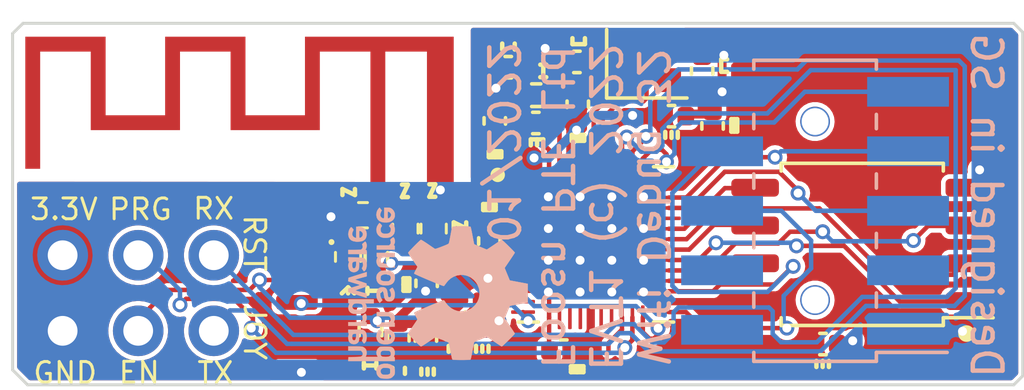
<source format=kicad_pcb>
(kicad_pcb (version 20211014) (generator pcbnew)

  (general
    (thickness 1.6)
  )

  (paper "A4")
  (layers
    (0 "F.Cu" signal)
    (31 "B.Cu" signal)
    (32 "B.Adhes" user "B.Adhesive")
    (33 "F.Adhes" user "F.Adhesive")
    (34 "B.Paste" user)
    (35 "F.Paste" user)
    (36 "B.SilkS" user "B.Silkscreen")
    (37 "F.SilkS" user "F.Silkscreen")
    (38 "B.Mask" user)
    (39 "F.Mask" user)
    (40 "Dwgs.User" user "User.Drawings")
    (41 "Cmts.User" user "User.Comments")
    (42 "Eco1.User" user "User.Eco1")
    (43 "Eco2.User" user "User.Eco2")
    (44 "Edge.Cuts" user)
    (45 "Margin" user)
    (46 "B.CrtYd" user "B.Courtyard")
    (47 "F.CrtYd" user "F.Courtyard")
    (48 "B.Fab" user)
    (49 "F.Fab" user)
    (50 "User.1" user)
    (51 "User.2" user)
    (52 "User.3" user)
    (53 "User.4" user)
    (54 "User.5" user)
    (55 "User.6" user)
    (56 "User.7" user)
    (57 "User.8" user)
    (58 "User.9" user)
  )

  (setup
    (stackup
      (layer "F.SilkS" (type "Top Silk Screen") (color "White"))
      (layer "F.Paste" (type "Top Solder Paste"))
      (layer "F.Mask" (type "Top Solder Mask") (color "Blue") (thickness 0.01))
      (layer "F.Cu" (type "copper") (thickness 0.035))
      (layer "dielectric 1" (type "core") (thickness 1.51) (material "FR4") (epsilon_r 4.5) (loss_tangent 0.02))
      (layer "B.Cu" (type "copper") (thickness 0.035))
      (layer "B.Mask" (type "Bottom Solder Mask") (color "Blue") (thickness 0.01))
      (layer "B.Paste" (type "Bottom Solder Paste"))
      (layer "B.SilkS" (type "Bottom Silk Screen") (color "White"))
      (copper_finish "ENIG")
      (dielectric_constraints no)
    )
    (pad_to_mask_clearance 0)
    (pcbplotparams
      (layerselection 0x00010fc_ffffffff)
      (disableapertmacros false)
      (usegerberextensions true)
      (usegerberattributes false)
      (usegerberadvancedattributes true)
      (creategerberjobfile true)
      (svguseinch false)
      (svgprecision 6)
      (excludeedgelayer true)
      (plotframeref false)
      (viasonmask false)
      (mode 1)
      (useauxorigin false)
      (hpglpennumber 1)
      (hpglpenspeed 20)
      (hpglpendiameter 15.000000)
      (dxfpolygonmode true)
      (dxfimperialunits true)
      (dxfusepcbnewfont true)
      (psnegative false)
      (psa4output false)
      (plotreference true)
      (plotvalue true)
      (plotinvisibletext false)
      (sketchpadsonfab false)
      (subtractmaskfromsilk false)
      (outputformat 1)
      (mirror false)
      (drillshape 0)
      (scaleselection 1)
      (outputdirectory "Webug-Outputs-20220101-03")
    )
  )

  (property "CONFIGURATIONPARAMETERS" "")
  (property "CONFIGURATORNAME" "")
  (property "DOCUMENTNUMBER" "21")
  (property "ISUSERCONFIGURABLE" "")
  (property "SHEETTOTAL" "21")
  (property "SPICEMODELCACHE" "")
  (property "VERSIONCONTROL_PROJFOLDERREVNUMBER" "")
  (property "VERSIONCONTROL_REVNUMBER" "")

  (net 0 "")
  (net 1 "GND")
  (net 2 "Net-(A1-Pad1)")
  (net 3 "V3V3")
  (net 4 "Net-(C11-Pad1)")
  (net 5 "/EN")
  (net 6 "/BOOT_MODE")
  (net 7 "/UART_TX")
  (net 8 "/UART_RX")
  (net 9 "/TGT_GPIO1")
  (net 10 "/TGT_GPIO2")
  (net 11 "/TGT_GPIO3")
  (net 12 "/TGT_SWDIO")
  (net 13 "/TGT_UART_TX")
  (net 14 "/TGT_SWCLK")
  (net 15 "/TGT_UART_RX")
  (net 16 "/TGT_RESET")
  (net 17 "unconnected-(U1-Pad5)")
  (net 18 "unconnected-(U1-Pad6)")
  (net 19 "unconnected-(U1-Pad7)")
  (net 20 "unconnected-(U1-Pad8)")
  (net 21 "unconnected-(U1-Pad10)")
  (net 22 "unconnected-(U1-Pad11)")
  (net 23 "unconnected-(U1-Pad12)")
  (net 24 "unconnected-(U1-Pad13)")
  (net 25 "unconnected-(U1-Pad16)")
  (net 26 "unconnected-(U1-Pad17)")
  (net 27 "unconnected-(U1-Pad18)")
  (net 28 "unconnected-(U1-Pad20)")
  (net 29 "unconnected-(U1-Pad21)")
  (net 30 "unconnected-(U1-Pad22)")
  (net 31 "unconnected-(U1-Pad34)")
  (net 32 "unconnected-(Y1-Pad2)")
  (net 33 "unconnected-(Y1-Pad4)")
  (net 34 "unconnected-(U1-Pad42)")
  (net 35 "Net-(U1-Pad29)")
  (net 36 "Net-(U1-Pad30)")
  (net 37 "Net-(U1-Pad32)")
  (net 38 "Net-(U1-Pad33)")
  (net 39 "Net-(C1-Pad2)")
  (net 40 "Net-(C2-Pad1)")
  (net 41 "Net-(C6-Pad1)")
  (net 42 "Net-(C9-Pad1)")
  (net 43 "Net-(D1-Pad1)")
  (net 44 "Net-(L2-Pad2)")
  (net 45 "Net-(R3-Pad1)")
  (net 46 "Net-(U1-Pad28)")
  (net 47 "Net-(U1-Pad31)")
  (net 48 "Net-(U1-Pad14)")

  (footprint "Capacitor_SMD:C_0402_1005Metric" (layer "F.Cu") (at 92.9 110.25 180))

  (footprint "Capacitor_SMD:C_0402_1005Metric" (layer "F.Cu") (at 96.52 102.37))

  (footprint "Capacitor_SMD:C_0402_1005Metric" (layer "F.Cu") (at 88.2644 109.8254 90))

  (footprint "Resistor_SMD:R_0402_1005Metric" (layer "F.Cu") (at 91.9726 101.6648))

  (footprint "Capacitor_SMD:C_0402_1005Metric" (layer "F.Cu") (at 88.2896 107.9894 -90))

  (footprint "Capacitor_SMD:C_0402_1005Metric" (layer "F.Cu") (at 97.9 102.7 90))

  (footprint "Capacitor_SMD:C_0402_1005Metric" (layer "F.Cu") (at 101.61 110.03))

  (footprint "Capacitor_SMD:C_0402_1005Metric" (layer "F.Cu") (at 91.96 102.6 180))

  (footprint "Inductor_SMD:L_0402_1005Metric" (layer "F.Cu") (at 89.458 107.202 90))

  (footprint "Capacitor_SMD:C_0402_1005Metric" (layer "F.Cu") (at 90.15 109.0536 90))

  (footprint "Capacitor_SMD:C_0402_1005Metric" (layer "F.Cu") (at 93.3696 101.9696 90))

  (footprint "Capacitor_SMD:C_0402_1005Metric" (layer "F.Cu") (at 87.34 109.82 90))

  (footprint "Capacitor_SMD:C_0402_1005Metric" (layer "F.Cu") (at 90.3978 106.567 -90))

  (footprint "WifiDebugLibrary:QFN-48-1EP_5x5mm_P0.35mm_EP3.7x3.7mm_ThermalVias" (layer "F.Cu") (at 93.98 106.68))

  (footprint "Inductor_SMD:L_0402_1005Metric" (layer "F.Cu") (at 87.55 106.1352 -90))

  (footprint "Capacitor_SMD:C_0402_1005Metric" (layer "F.Cu") (at 97.55 100.85 90))

  (footprint "WifiDebugLibrary:PinHeader_2x03_P2.54mm_Vertical" (layer "F.Cu") (at 76.055 109.585 90))

  (footprint "Capacitor_SMD:C_0402_1005Metric" (layer "F.Cu") (at 89.225 109.0562 -90))

  (footprint "Capacitor_SMD:C_0402_1005Metric" (layer "F.Cu") (at 91.0328 100.725 180))

  (footprint "WifiDebugLibrary:Texas_SWRA117D_2.4GHz_Left" (layer "F.Cu") (at 86.65 104.85))

  (footprint "Capacitor_SMD:C_0402_1005Metric" (layer "F.Cu") (at 90.58 102.53 90))

  (footprint "Crystal:Crystal_SMD_2016-4Pin_2.0x1.6mm" (layer "F.Cu") (at 95.69 100.61))

  (footprint "WifiDebugLibrary:Pushbutton-2.1x1.6mm" (layer "F.Cu") (at 83.93 109.78 -90))

  (footprint "WifiDebugLibrary:SOIC-8_5.23x5.23mm_P1.27mm" (layer "F.Cu") (at 102.93 106.68 180))

  (footprint "Inductor_SMD:L_0402_1005Metric" (layer "F.Cu") (at 86.14 105.69))

  (footprint "Inductor_SMD:L_0402_1005Metric" (layer "F.Cu") (at 88.4928 106.1352 -90))

  (footprint "Resistor_SMD:R_0402_1005Metric" (layer "F.Cu") (at 86.4 109.6 90))

  (footprint "WifiDebugLibrary:LED_0402_1005Metric" (layer "F.Cu") (at 85.65 107.11 -90))

  (footprint "Capacitor_SMD:C_0402_1005Metric" (layer "F.Cu") (at 93.34 100.5472 180))

  (footprint "WifiDebugLibrary:Pushbutton-2.1x1.6mm" (layer "F.Cu") (at 83.93 106.73 -90))

  (footprint "Resistor_SMD:R_0402_1005Metric" (layer "F.Cu") (at 86.6 107.11 90))

  (footprint "WifiDebugLibrary:PinSocket_2x05_P2.00mm_Vertical_SMD" (layer "B.Cu") (at 101.3452 105.551))

  (footprint "Symbol:OSHW-Logo_5.7x6mm_SilkScreen" (layer "B.Cu") (at 88.675 108.325 90))

  (gr_line (start 93.165 103.2) (end 93.165 103) (layer "F.SilkS") (width 0.15) (tstamp 026b9422-2aaf-48f9-9a5d-3afff5ce9e6c))
  (gr_line (start 92.21 103.15) (end 91.79 103.15) (layer "F.SilkS") (width 0.15) (tstamp 02904775-625f-40fe-a539-9856c3d988d3))
  (gr_line (start 98.53 102.47) (end 98.73 102.47) (layer "F.SilkS") (width 0.15) (tstamp 0359ac0b-576c-4014-9a6c-18c8bc0629c9))
  (gr_line (start 101.39 110.6) (end 101.39 110.8) (layer "F.SilkS") (width 0.15) (tstamp 0abcd227-34f7-423e-a6cd-5e646c1a3197))
  (gr_line (start 90.83 100.13) (end 90.83 99.93) (layer "F.SilkS") (width 0.15) (tstamp 0ca252d6-62e9-4264-b745-2a1198778908))
  (gr_line (start 93.375 103.2) (end 93.375 103) (layer "F.SilkS") (width 0.15) (tstamp 0ceb04de-f994-481d-b2dd-d53358073217))
  (gr_line (start 91.25 100.13) (end 91.25 99.93) (layer "F.SilkS") (width 0.15) (tstamp 13618fa9-e344-47bd-9590-4e556c2f3743))
  (gr_line (start 92.11 101.06) (end 92.31 101.06) (layer "F.SilkS") (width 0.15) (tstamp 13a586f9-f6d9-462d-9eec-2f19d4a46737))
  (gr_line (start 85.88 105.02) (end 85.46 104.82) (layer "F.SilkS") (width 0.15) (tstamp 13a87a20-eb8c-488c-90d0-244409d5f454))
  (gr_line (start 98.53 102.89) (end 98.73 102.89) (layer "F.SilkS") (width 0.15) (tstamp 1630496c-45cd-4753-9bbc-92169de925b1))
  (gr_line (start 89.62 105.94) (end 89.62 106.14) (layer "F.SilkS") (width 0.15) (tstamp 197c06e8-6032-4049-87ae-811b51723db7))
  (gr_line (start 87.15 106) (end 87.15 106.3) (layer "F.SilkS") (width 0.1) (tstamp 1f8e861b-a891-4871-b1ce-127f0866f243))
  (gr_line (start 90.8 103.55) (end 90.8 103.75) (layer "F.SilkS") (width 0.15) (tstamp 1fd37a59-ae1a-40d0-8cf1-279340331490))
  (gr_line (start 88.38 104.66) (end 88.58 104.66) (layer "F.SilkS") (width 0.15) (tstamp 21484e67-171c-47e1-9b53-4a6734436d95))
  (gr_line (start 86.6 110.75) (end 86.18 110.75) (layer "F.SilkS") (width 0.15) (tstamp 24bd3d09-952d-4431-8d27-c680ce1bb9f8))
  (gr_line (start 87.51 107.82) (end 87.51 108.24) (layer "F.SilkS") (width 0.15) (tstamp 24d11e27-4550-4820-9d9a-040bd6b90c64))
  (gr_line (start 86.18 110.85) (end 86.18 110.65) (layer "F.SilkS") (width 0.15) (tstamp 26a66737-faa3-431d-989e-37f9cfaf9ea5))
  (gr_line (start 87.46 105.09) (end 87.66 105.09) (layer "F.SilkS") (width 0.15) (tstamp 294b3c8f-1a68-4c07-999c-3793e6d98700))
  (gr_line (start 90.8 103.55) (end 90.38 103.55) (layer "F.SilkS") (width 0.15) (tstamp 2a023f06-445f-4222-a883-0d72790cd96e))
  (gr_line (start 93.585 103.2) (end 93.585 103) (layer "F.SilkS") (width 0.15) (tstamp 309d8764-2c38-4c10-ba37-496fce187a82))
  (gr_line (start 98.19 100.46) (end 98.19 100.88) (layer "F.SilkS") (width 0.15) (tstamp 3472034d-6f94-41e9-8278-2bf3f4f9bf1a))
  (gr_line (start 90.38 103.55) (end 90.38 103.75) (layer "F.SilkS") (width 0.15) (tstamp 37655525-6668-4f6c-900f-762f48e749fb))
  (gr_line (start 93.14 110.975) (end 93.56 110.975) (layer "F.SilkS") (width 0.15) (tstamp 40c0a637-de7d-4f82-86c5-e4d946e9e51b))
  (gr_line (start 98.39 100.88) (end 98.19 100.88) (layer "F.SilkS") (width 0.15) (tstamp 436a32ec-4244-455b-a141-53da101115e1))
  (gr_line (start 86 105.275) (end 86.3 105.275) (layer "F.SilkS") (width 0.1) (tstamp 46ad4ef9-be6c-4379-ae9a-23729745174d))
  (gr_line (start 93.19 99.95) (end 93.61 99.95) (layer "F.SilkS") (width 0.15) (tstamp 46daf55e-9bd6-48d7-b2e8-2db8d31fc7b2))
  (gr_line (start 87.51 108.03) (end 87.71 108.03) (layer "F.SilkS") (width 0.15) (tstamp 489ac250-e0cb-425f-975f-5c921d57eb54))
  (gr_line (start 88.1 106) (end 88.1 106.3) (layer "F.SilkS") (width 0.1) (tstamp 495f63ce-e053-424b-8571-17e76305aa3f))
  (gr_line (start 90.37 110.29) (end 90.37 110.09) (layer "F.SilkS") (width 0.15) (tstamp 4bd7065f-b30b-48f4-8789-89d61b50d953))
  (gr_line (start 90.61 105.325) (end 90.19 105.325) (layer "F.SilkS") (width 0.15) (tstamp 4c3b6a57-08bf-4df3-9eec-90325e36471a))
  (gr_line (start 86.075 106.95) (end 86.075 107.25) (layer "F.SilkS") (width 0.1) (tstamp 4d40c365-e892-4c54-8877-093e50bc3dfe))
  (gr_line (start 87.46 104.67) (end 87.66 104.67) (layer "F.SilkS") (width 0.15) (tstamp 576207d6-4835-415e-b038-31d02df8de1c))
  (gr_line (start 92 103.35) (end 92 103.15) (layer "F.SilkS") (width 0.15) (tstamp 581c684e-9d5d-47fb-9302-4cb128dcc899))
  (gr_line (start 101.6 110.6) (end 101.6 110.8) (layer "F.SilkS") (width 0.15) (tstamp 59055a4a-7c59-434a-b8d0-fd1d5afb2501))
  (gr_line (start 96.73 102.9) (end 96.73 103.1) (layer "F.SilkS") (width 0.15) (tstamp 5a5fcff0-2bd1-40d8-9e37-41c3125c6803))
  (gr_line (start 89.2 105.94) (end 89.62 106.14) (layer "F.SilkS") (width 0.15) (tstamp 5fda191a-3976-48e7-84e4-4a38c93a4cee))
  (gr_line (start 88.38 105.08) (end 88.58 104.66) (layer "F.SilkS") (width 0.15) (tstamp 6020e2a4-9acd-44db-a810-285d2717bc21))
  (gr_line (start 90.38 103.75) (end 90.8 103.75) (layer "F.SilkS") (width 0.15) (tstamp 6025f218-20de-4783-8273-663973957637))
  (gr_line (start 101.81 110.6) (end 101.81 110.8) (layer "F.SilkS") (width 0.15) (tstamp 60467aa1-cfca-4058-b804-4999cc608eb7))
  (gr_line (start 93.14 110.975) (end 93.14 110.775) (layer "F.SilkS") (width 0.15) (tstamp 62499b02-cf09-45c7-a6d3-6f7a8077d261))
  (gr_line (start 90.4 105.525) (end 90.4 105.325) (layer "F.SilkS") (width 0.15) (tstamp 6a0c89fb-2972-432f-aa74-3bf36fb9a9b5))
  (gr_line (start 93.35 110.975) (end 93.35 110.775) (layer "F.SilkS") (width 0.15) (tstamp 702c1ccf-3360-446f-91c0-dd2df04ea8a7))
  (gr_line (start 96.31 102.9) (end 96.31 103.1) (layer "F.SilkS") (width 0.15) (tstamp 72bd754a-72a0-4032-9066-a14b36365d1b))
  (gr_line (start 90.19 105.525) (end 90.61 105.525) (layer "F.SilkS") (width 0.15) (tstamp 73688032-efe7-490b-88b6-bf4ab4a6db94))
  (gr_line (start 98.53 102.47) (end 98.53 102.89) (layer "F.SilkS") (width 0.15) (tstamp 7388fb3a-9b6e-43bd-838b-a14dc05b7270))
  (gr_line (start 90.38 103.65) (end 90.8 103.65) (layer "F.SilkS") (width 0.15) (tstamp 76134670-72fe-4e9f-bf86-680c4756756e))
  (gr_line (start 93.61 99.75) (end 93.61 99.95) (layer "F.SilkS") (width 0.15) (tstamp 77cfdf8c-48aa-425f-9cbf-ce7fa56bc0a2))
  (gr_line (start 88.32 111.06) (end 88.32 110.86) (layer "F.SilkS") (width 0.15) (tstamp 792586fc-1c95-4974-951e-dd8ed4349511))
  (gr_line (start 85.65 108.125) (end 85.86 108.325) (layer "F.SilkS") (width 0.15) (tstamp 7932e8cc-7829-4ef5-a59b-e44788bb1297))
  (gr_line (start 88.11 111.06) (end 88.11 110.86) (layer "F.SilkS") (width 0.15) (tstamp 7c826680-07f7-4e48-aff8-0eedadc6abad))
  (gr_line (start 86 106.125) (end 86.3 106.125) (layer "F.SilkS") (width 0.1) (tstamp 7df4d25a-d5b4-439e-a144-2cdcba99776b))
  (gr_line (start 93.165 103.2) (end 93.585 103.2) (layer "F.SilkS") (width 0.15) (tstamp 85e0591f-ffbb-45ba-bd8a-6f983ff40f7a))
  (gr_line (start 89.05 107.375) (end 89.05 107.075) (layer "F.SilkS") (width 0.1) (tstamp 86be7e22-83e8-48ec-92fe-471cf32416a2))
  (gr_line (start 85.88 105.02) (end 85.88 104.82) (layer "F.SilkS") (width 0.15) (tstamp 879edb66-a054-4822-be32-9faa7526fc40))
  (gr_line (start 88.95 106) (end 88.95 106.3) (layer "F.SilkS") (width 0.1) (tstamp 8b4c7ee7-5a00-43ab-8031-23e58c0b1af5))
  (gr_line (start 89.45 110.09) (end 89.45 110.29) (layer "F.SilkS") (width 0.15) (tstamp 8d5c15c1-9c81-4954-9feb-17f87fa9cdc3))
  (gr_line (start 89.95 110.29) (end 89.95 110.09) (layer "F.SilkS") (width 0.15) (tstamp 9344ee7f-eb13-4318-91b5-539b284bf3d9))
  (gr_line (start 93.56 110.775) (end 93.14 110.775) (layer "F.SilkS") (width 0.15) (tstamp 94b313c0-019f-4820-8b64-f1c748dff9c8))
  (gr_line (start 89.24 110.09) (end 89.24 110.29) (layer "F.SilkS") (width 0.15) (tstamp 980f0ec1-1b9f-412d-937a-28990a59863b))
  (gr_line (start 90.19 105.525) (end 90.19 105.325) (layer "F.SilkS") (width 0.15) (tstamp 9a70e110-fca8-40e5-a553-25e48a301aa5))
  (gr_line (start 93.585 103.1) (end 93.165 103.1) (layer "F.SilkS") (width 0.15) (tstamp 9aeb5483-90e2-4ca1-acd0-b481bc1e5fea))
  (gr_line (start 85.65 108.125) (end 85.65 108.325) (layer "F.SilkS") (width 0.15) (tstamp 9bb24211-45f6-49ab-bda0-bda5c9366ea6))
  (gr_line (start 98.63 102.89) (end 98.63 102.47) (layer "F.SilkS") (width 0.15) (tstamp a230ab96-5008-4df0-b115-bd681dd2a0fb))
  (gr_line (start 87.61 108.24) (end 87.61 107.82) (layer "F.SilkS") (width 0.15) (tstamp a273e660-a80d-4cd8-94dc-181319903bf8))
  (gr_line (start 87.46 105.09) (end 87.66 104.67) (layer "F.SilkS") (width 0.15) (tstamp a4072935-6682-4071-ab02-f3fbdf2588b2))
  (gr_line (start 91.79 103.35) (end 91.79 103.15) (layer "F.SilkS") (width 0.15) (tstamp a4b6a935-7070-436b-9805-e1fbd54628d1))
  (gr_line (start 85.65 108.125) (end 85.44 108.325) (layer "F.SilkS") (width 0.15) (tstamp a5e795eb-0b86-4d7d-871c-772827d915f6))
  (gr_line (start 87.71 108.24) (end 87.71 107.82) (layer "F.SilkS") (width 0.15) (tstamp a749b753-4a17-4d03-aeea-6235c84dbd23))
  (gr_line (start 89.03 110.09) (end 89.03 110.29) (layer "F.SilkS") (width 0.15) (tstamp ab13bd6b-56f2-4011-be25-4625251cf989))
  (gr_line (start 90.61 105.425) (end 90.19 105.425) (layer "F.SilkS") (width 0.15) (tstamp aec93bcc-36b8-45dd-958e-719793c1c323))
  (gr_line (start 87.51 108.24) (end 87.71 108.24) (layer "F.SilkS") (width 0.15) (tstamp aff9e8a9-a51c-4f13-9107-40fce61f39dc))
  (gr_line (start 86.72 108.24) (end 86.3 108.24) (layer "F.SilkS") (width 0.15) (tstamp b49ec842-45e9-4e65-a78b-5b786f73b069))
  (gr_line (start 88.53 111.06) (end 88.53 110.86) (layer "F.SilkS") (width 0.15) (tstamp b5d5826b-e001-4486-9124-1dca01f27014))
  (gr_line (start 92.21 101.06) (end 92.21 100.64) (layer "F.SilkS") (width 0.15) (tstamp b722e5cb-ffce-4518-8712-2149985acb99))
  (gr_line (start 98.73 102.89) (end 98.73 102.47) (layer "F.SilkS") (width 0.15) (tstamp bc4e0298-47bd-4da0-b961-b4832b51028a))
  (gr_line (start 87.51 107.82) (end 87.71 107.82) (layer "F.SilkS") (width 0.15) (tstamp bfbf74fe-59bb-4a8f-8db4-430a14c29eb4))
  (gr_line (start 86.6 110.85) (end 86.6 110.65) (layer "F.SilkS") (width 0.15) (tstamp c667a016-8123-46a7-b548-7854c56ebc76))
  (gr_line (start 93.56 110.975) (end 93.56 110.775) (layer "F.SilkS") (width 0.15) (tstamp c9623b21-015c-4e16-9f61-b64472e07802))
  (gr_line (start 92.11 100.64) (end 92.31 100.64) (layer "F.SilkS") (width 0.15) (tstamp cb5b80b7-b89a-4927-b67b-569c71d6565f))
  (gr_line (start 89.2 105.94) (end 89.2 106.14) (layer "F.SilkS") (width 0.15) (tstamp cb9d1b1e-bf3f-4eab-b318-28aca10c8e9b))
  (gr_line (start 93.19 99.75) (end 93.19 99.95) (layer "F.SilkS") (width 0.15) (tstamp d4ff018a-ff61-4d64-9053-2df81da6b64f))
  (gr_line (start 98.39 100.46) (end 98.19 100.46) (layer "F.SilkS") (width 0.15) (tstamp d6a45082-f6af-438b-a5ba-6af631678e20))
  (gr_line (start 90.59 103.55) (end 90.59 103.75) (layer "F.SilkS") (width 0.15) (tstamp d90f2f44-7bfc-4664-aabd-560c6fa6d4ab))
  (gr_line (start 90.16 110.29) (end 90.16 110.09) (layer "F.SilkS") (width 0.15) (tstamp db6b2433-0e04-4b94-82aa-564e8784f7ab))
  (gr_line (start 88 106) (end 88 106.3) (layer "F.SilkS") (width 0.1) (tstamp e296d4d7-f52b-4305-b316-1779b02b36a3))
  (gr_line (start 87.14 111.03) (end 87.14 110.83) (layer "F.SilkS") (width 0.15) (tstamp e3a1386d-bc89-459f-b1b0-1f15ecc1e857))
  (gr_line (start 93.585 103) (end 93.165 103) (layer "F.SilkS") (width 0.15) (tstamp ea98ebf1-0948-4da7-88f1-d61486f46ac4))
  (gr_line (start 96.52 102.9) (end 96.52 103.1) (layer "F.SilkS") (width 0.15) (tstamp ed287762-23db-4203-8717-0868153d54e0))
  (gr_line (start 93.56 110.875) (end 93.14 110.875) (layer "F.SilkS") (width 0.15) (tstamp edcc6533-72db-4730-aa8d-b9f076b9b7fa))
  (gr_line (start 92.21 103.35) (end 92.21 103.15) (layer "F.SilkS") (width 0.15) (tstamp ee29372d-6dc4-4c85-b55d-7f568eb97fe2))
  (gr_line (start 85.46 105.02) (end 85.46 104.82) (layer "F.SilkS") (width 0.15) (tstamp eeb09670-98ce-4d85-84d2-8f56c2dca510))
  (gr_line (start 85.225 106.95) (end 85.225 107.25) (layer "F.SilkS") (width 0.1) (tstamp f00b9ef8-a2f5-4dc8-b9c6-4d6b0092fc8c))
  (gr_line (start 88.38 105.08) (end 88.58 105.08) (layer "F.SilkS") (width 0.15) (tstamp f37621eb-3f89-4f82-b662-2a783fac632f))
  (gr_line (start 98.53 102.68) (end 98.73 102.68) (layer "F.SilkS") (width 0.15) (tstamp f6d9385d-e72d-4523-a7f7-64ae6d453499))
  (gr_line (start 89.9 107.375) (end 89.9 107.075) (layer "F.SilkS") (width 0.1) (tstamp f7e29fd6-b4ce-4fb7-a18a-41f80a0fea54))
  (gr_line (start 86.3 108.34) (end 86.3 108.14) (layer "F.SilkS") (width 0.15) (tstamp f8c2bae5-571a-41f3-b377-7734746cbb3b))
  (gr_line (start 90.61 105.525) (end 90.61 105.325) (layer "F.SilkS") (width 0.15) (tstamp fa1ae514-1131-437a-bb4e-889a169faa04))
  (gr_line (start 87.56 111.03) (end 87.56 110.83) (layer "F.SilkS") (width 0.15) (tstamp fcc6b7ad-84af-4aba-982c-25dc7da00e9a))
  (gr_line (start 108.325 111.1006) (end 108.025 111.3994) (layer "Edge.Cuts") (width 0.1) (tstamp 1d502d58-83dc-40ed-8452-dc0f86824a14))
  (gr_line (start 108.325 111.1006) (end 108.3238 99.55) (layer "Edge.Cuts") (width 0.1) (tstamp 29661e20-0d3b-4fde-a6c4-71af17a2e942))
  (gr_line (start 108.025 99.25) (end 74.7238 99.25) (layer "Edge.Cuts") (width 0.1) (tstamp 2ae83449-e5b8-479f-a561-050228c06e3d))
  (gr_line (start 74.875 111.4) (end 108.025 111.3994) (layer "Edge.Cuts") (width 0.1) (tstamp 337f9c9e-becf-4ac4-9474-f2c888b1335a))
  (gr_line (start 74.875 111.4) (end 74.375 110.9) (layer "Edge.Cuts") (width 0.1) (tstamp 364ef025-2b68-4cfd-b48b-1e60c0090862))
  (gr_line (start 74.7238 99.25) (end 74.3738 99.5924) (layer "Edge.Cuts") (width 0.1) (tstamp b61f9eb1-0403-4699-99a8-3765789cc4f5))
  (gr_line (start 108.3238 99.55) (end 108.025 99.25) (layer "Edge.Cuts") (width 0.1) (tstamp d9c1c12e-bffc-4953-bc8f-ba532f4d133f))
  (gr_line (start 74.375 110.9) (end 74.3738 99.5924) (layer "Edge.Cuts") (width 0.1) (tstamp dc8d97c9-9567-45a5-aaac-0a7a155bba38))
  (gr_text "Designed in SG" (at 107.1 105.375 270) (layer "B.SilkS") (tstamp 2eff4a18-6943-43a8-ab9c-b23deaba2d39)
    (effects (font (size 1 1) (thickness 0.15)) (justify mirror))
  )
  (gr_text "01/2022" (at 90.85 103.25 270) (layer "B.SilkS") (tstamp 5b4cb0bd-5aab-4377-85fb-c34c5465635a)
    (effects (font (size 1 1) (thickness 0.15)) (justify mirror))
  )
  (gr_text "Wifi Debug 32\nEVT1 (c) 2022\nFoosn PTE Ltd" (at 94.275 105.425 270) (layer "B.SilkS") (tstamp ce40bb28-e522-4ad3-962b-b8e592e1f444)
    (effects (font (size 1 1) (thickness 0.15)) (justify mirror))
  )
  (gr_text "PRG" (at 78.67 105.5) (layer "F.SilkS") (tstamp 428a4c0b-33b0-46a6-b7a3-fdf088aa0792)
    (effects (font (size 0.7 0.7) (thickness 0.1)))
  )
  (gr_text "JOY" (at 82.51 109.63 270) (layer "F.SilkS") (tstamp 6ef57b51-29e6-4012-80f3-a9ff04a0cc63)
    (effects (font (size 0.7 0.7) (thickness 0.1)))
  )
  (gr_text "RST" (at 82.5 106.64 270) (layer "F.SilkS") (tstamp 83538189-496d-43c3-825e-b6a76caf0f56)
    (effects (font (size 0.7 0.7) (thickness 0.1)))
  )
  (gr_text "TX" (at 81.19 111) (layer "F.SilkS") (tstamp b8f42e56-f09f-4ac6-8356-65716d38b704)
    (effects (font (size 0.7 0.7) (thickness 0.1)))
  )
  (gr_text "RX" (at 81.13 105.48) (layer "F.SilkS") (tstamp ceef1b14-dada-4cd1-baac-ef03c2509802)
    (effects (font (size 0.7 0.7) (thickness 0.1)))
  )
  (gr_text "EN" (at 78.63 110.99) (layer "F.SilkS") (tstamp cfc82be1-bbc5-453c-b1f4-bdcd68ee1dd4)
    (effects (font (size 0.7 0.7) (thickness 0.1)))
  )
  (gr_text "3.3V" (at 76.1 105.5) (layer "F.SilkS") (tstamp e9901306-3854-4592-b6b7-331c4571c892)
    (effects (font (size 0.7 0.7) (thickness 0.1)))
  )
  (gr_text "GND" (at 76.14 110.998) (layer "F.SilkS") (tstamp ec424f74-9b9f-4fd9-9de1-2790fb9a6845)
    (effects (font (size 0.7 0.7) (thickness 0.1)))
  )

  (segment (start 90.15 108.602024) (end 90.15 108.5736) (width 0.3) (layer "F.Cu") (net 1) (tstamp 03f14d62-aa09-4b70-9326-2a094c9bc5f8))
  (segment (start 87.34 109.164543) (end 87.34 109.34) (width 0.3) (layer "F.Cu") (net 1) (tstamp 097d6026-09c2-414f-8c72-2b0c5de9a845))
  (segment (start 89.0132 109.3454) (end 89.204 109.5362) (width 0.3) (layer "F.Cu") (net 1) (tstamp 0c8befa7-9362-44c8-885c-eef84ff6507a))
  (segment (start 88.2644 109.3454) (end 88.2644 108.4946) (width 0.3) (layer "F.Cu") (net 1) (tstamp 0cda26e9-d424-453d-b623-fd4328d6b2cb))
  (segment (start 84.03002 110.93) (end 84.08 110.97998) (width 0.15) (layer "F.Cu") (net 1) (tstamp 1ab31a7e-6859-4f65-a33d-c38e0cd930cd))
  (segment (start 92.8642 100.5472) (end 92.8642 100.9842) (width 0.3) (layer "F.Cu") (net 1) (tstamp 2266fec4-bf42-4991-b8b5-1e3e7c7ac436))
  (segment (start 83.92 110.93) (end 84.03002 110.93) (width 0.15) (layer "F.Cu") (net 1) (tstamp 2446d1e2-c52b-4189-8419-7e4417c2b4c0))
  (segment (start 90.1184 108.5736) (end 90.1184 108.596202) (width 0.3) (layer "F.Cu") (net 1) (tstamp 24f2d914-618c-4b43-a391-293a447db9c1))
  (segment (start 88.59248 108.899082) (end 89.204 109.510602) (width 0.3) (layer "F.Cu") (net 1) (tstamp 272f5b19-45dc-4465-a52d-f9028817fb98))
  (segment (start 98.2202 101.551) (end 98.2202 100.382034) (width 0.3) (layer "F.Cu") (net 1) (tstamp 28c5039f-0398-4c7f-8978-bba8eb105f6c))
  (segment (start 88.59248 108.77228) (end 88.59248 108.899082) (width 0.3) (layer "F.Cu") (net 1) (tstamp 2d7c2d56-5c02-4083-8a35-fa25ec580c5a))
  (segment (start 106.53 104.775) (end 106.875 104.43) (width 0.15) (layer "F.Cu") (net 1) (tstamp 2e5cdebc-07c1-443b-afe8-89e1d13dc6ed))
  (segment (start 85.075 105.75) (end 84.35 105.75) (width 0.15) (layer "F.Cu") (net 1) (tstamp 34b3af85-11f7-4c44-ad3a-3c8a0c1166c2))
  (segment (start 88.2644 108.4946) (end 88.2896 108.4694) (width 0.3) (layer "F.Cu") (net 1) (tstamp 471d9a03-cb10-4c50-9ae4-6fc1d88919db))
  (segment (start 88.253816 108.250727) (end 87.34 109.164543) (width 0.3) (layer "F.Cu") (net 1) (tstamp 47ea9520-1f9a-4371-8f21-e1294d82bfa9))
  (segment (start 88.259 109.34) (end 88.2644 109.3454) (width 0.3) (layer "F.Cu") (net 1) (tstamp 493bf285-47ea-4d8c-8636-f7d526c53495))
  (segment (start 88.253816 108.250727) (end 88.253816 108.433616) (width 0.3) (layer "F.Cu") (net 1) (tstamp 4a4e4e70-8a79-4726-bb6e-018a4cb91301))
  (segment (start 90.3978 107.047) (end 90.3978 108.2942) (width 0.3) (layer "F.Cu") (net 1) (tstamp 560bdcd1-f732-42aa-a86e-a375578df970))
  (segment (start 90.5528 100.725) (end 90.5528 101.9928) (width 0.3) (layer "F.Cu") (net 1) (tstamp 56440595-4193-4ef7-84af-6bd39a8b6960))
  (segment (start 106.875 104.43) (end 106.875 104.175) (width 0.15) (layer "F.Cu") (net 1) (tstamp 631d1403-85b5-4b4a-aa61-f9329e4703b7))
  (segment (start 97.55 101.33) (end 97.55 102.2664) (width 0.3) (layer "F.Cu") (net 1) (tstamp 6461403a-6555-4dff-a5c6-842007e2ed3d))
  (segment (start 90.5528 101.9928) (end 90.6 102.04) (width 0.3) (layer "F.Cu") (net 1) (tstamp 6af3c53a-5f3e-49bd-a70c-8ed4ba409e88))
  (segment (start 92.405 109.13) (end 92.405 108.305) (width 0.15) (layer "F.Cu") (net 1) (tstamp 6dbd4269-5732-4c22-8847-d953638b5b73))
  (segment (start 88.2644 109.3454) (end 89.0132 109.3454) (width 0.3) (layer "F.Cu") (net 1) (tstamp 708feffe-187c-41aa-b07e-2802c633e637))
  (segment (start 88.253816 108.433616) (end 88.2896 108.4694) (width 0.3) (layer "F.Cu") (net 1) (tstamp 7209e80e-a1fe-4a96-8549-f749f8df41b8))
  (segment (start 90.6 102.04) (end 90.56 102.04) (width 0.3) (layer "F.Cu") (net 1) (tstamp 784eae3e-1010-4706-b6ec-0856e0e084e4))
  (segment (start 85.655 105.69) (end 85.135 105.69) (width 0.15) (layer "F.Cu") (net 1) (tstamp 7c92c0fd-06d0-463f-9bd5-b4fa22c4d300))
  (segment (start 98.2202 100.382034) (end 98.279734 100.3225) (width 0.3) (layer "F.Cu") (net 1) (tstamp 816f1e7c-89b3-4084-a32c-10e320bd4a1a))
  (segment (start 90.3978 108.2942) (end 90.1184 108.5736) (
... [243412 chars truncated]
</source>
